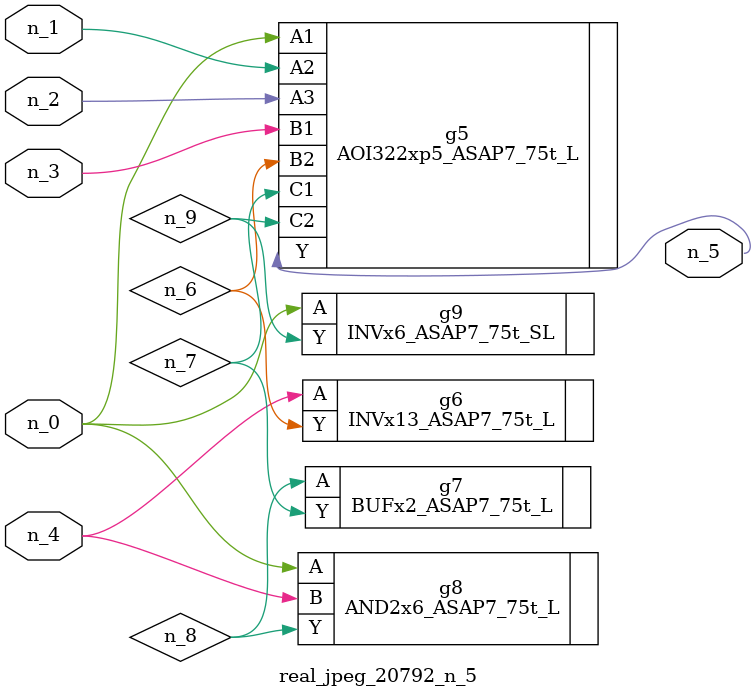
<source format=v>
module real_jpeg_20792_n_5 (n_4, n_0, n_1, n_2, n_3, n_5);

input n_4;
input n_0;
input n_1;
input n_2;
input n_3;

output n_5;

wire n_8;
wire n_6;
wire n_7;
wire n_9;

AOI322xp5_ASAP7_75t_L g5 ( 
.A1(n_0),
.A2(n_1),
.A3(n_2),
.B1(n_3),
.B2(n_6),
.C1(n_7),
.C2(n_9),
.Y(n_5)
);

AND2x6_ASAP7_75t_L g8 ( 
.A(n_0),
.B(n_4),
.Y(n_8)
);

INVx6_ASAP7_75t_SL g9 ( 
.A(n_0),
.Y(n_9)
);

INVx13_ASAP7_75t_L g6 ( 
.A(n_4),
.Y(n_6)
);

BUFx2_ASAP7_75t_L g7 ( 
.A(n_8),
.Y(n_7)
);


endmodule
</source>
